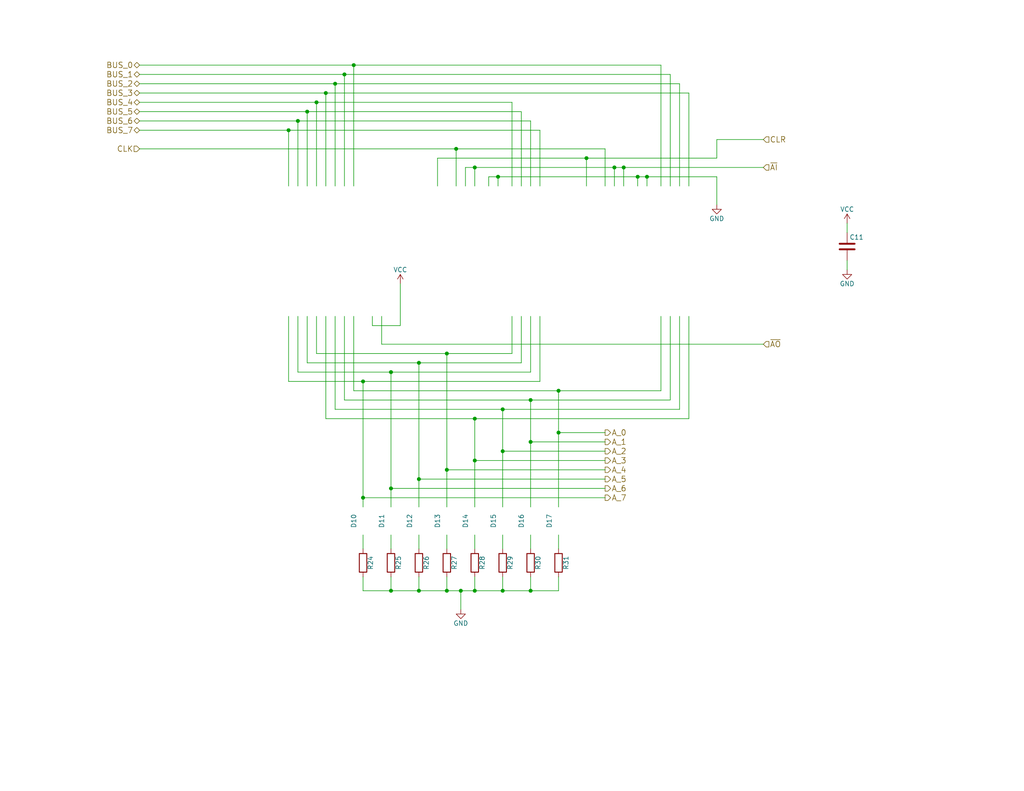
<source format=kicad_sch>
(kicad_sch (version 20211123) (generator eeschema)
  (paper "USLetter")
  (lib_symbols
    (symbol "Device:C" (pin_numbers hide) (pin_names (offset 0.254))
      (property "Reference" "C" (at 0.635 2.54 0))
      (property "Value" "C" (at 0.635 -2.54 0))
      (symbol "C_0_1"
        (polyline (pts (xy -2.032 -0.762) (xy 2.032 -0.762)) (stroke (width 0.508)))
        (polyline (pts (xy -2.032 0.762) (xy 2.032 0.762)) (stroke (width 0.508)))
      )
      (symbol "C_1_1"
        (pin passive line (at 0 3.81 270) (length 2.794) (name "~") (number "1"))
        (pin passive line (at 0 -3.81 90) (length 2.794) (name "~") (number "2"))
      )
    )
    (symbol "Device:R" (pin_numbers hide) (pin_names (offset 0))
      (property "Reference" "R" (at 2.032 0 90))
      (property "Value" "R" (at 0 0 90))
      (symbol "R_0_1"
        (rectangle (start -1.016 -2.54) (end 1.016 2.54) (stroke (width 0.254)))
      )
      (symbol "R_1_1"
        (pin passive line (at 0 3.81 270) (length 1.27) (name "~") (number "1"))
        (pin passive line (at 0 -3.81 90) (length 1.27) (name "~") (number "2"))
      )
    )
    (symbol "power:GND" (power) (pin_names (offset 0))
      (property "Value" "GND" (at 0 -3.81 0))
      (symbol "GND_0_1"
        (polyline (pts (xy 0 0) (xy 0 -1.27) (xy 1.27 -1.27) (xy 0 -2.54) (xy -1.27 -1.27) (xy 0 -1.27)))
      )
      (symbol "GND_1_1"
        (pin power_in line (at 0 0 270) (length 0) hide (name "GND") (number "1"))
      )
    )
    (symbol "power:VCC" (power) (pin_names (offset 0))
      (property "Value" "VCC" (at 0 3.81 0))
      (symbol "VCC_0_1"
        (polyline (pts (xy -0.762 1.27) (xy 0 2.54)))
        (polyline (pts (xy 0 0) (xy 0 2.54)))
        (polyline (pts (xy 0 2.54) (xy 0.762 1.27)))
      )
      (symbol "VCC_1_1"
        (pin power_in line (at 0 0 90) (length 0) hide (name "VCC") (number "1"))
      )
    )
  )
  (junction (at 152.4 106.68))
  (junction (at 121.92 96.52))
  (junction (at 81.28 33.02))
  (junction (at 129.54 125.73))
  (junction (at 121.92 161.29))
  (junction (at 96.52 17.78))
  (junction (at 129.54 114.3))
  (junction (at 137.16 111.76))
  (junction (at 152.4 118.11))
  (junction (at 144.78 109.22))
  (junction (at 106.68 161.29))
  (junction (at 99.06 135.89))
  (junction (at 124.46 40.64))
  (junction (at 99.06 104.14))
  (junction (at 176.53 48.26))
  (junction (at 83.82 30.48))
  (junction (at 91.44 22.86))
  (junction (at 170.18 45.72))
  (junction (at 173.99 48.26))
  (junction (at 135.89 48.26))
  (junction (at 114.3 161.29))
  (junction (at 106.68 133.35))
  (junction (at 129.54 161.29))
  (junction (at 106.68 101.6))
  (junction (at 121.92 128.27))
  (junction (at 78.74 35.56))
  (junction (at 160.02 43.18))
  (junction (at 88.9 25.4))
  (junction (at 93.98 20.32))
  (junction (at 114.3 99.06))
  (junction (at 144.78 161.29))
  (junction (at 137.16 123.19))
  (junction (at 129.54 45.72))
  (junction (at 167.64 45.72))
  (junction (at 137.16 161.29))
  (junction (at 114.3 130.81))
  (junction (at 86.36 27.94))
  (junction (at 125.73 161.29))
  (junction (at 144.78 120.65))
  (wire (pts (xy 160.02 43.18) (xy 195.58 43.18)))
  (wire (pts (xy 93.98 86.36) (xy 93.98 109.22)))
  (wire (pts (xy 127 45.72) (xy 129.54 45.72)))
  (wire (pts (xy 176.53 48.26) (xy 195.58 48.26)))
  (wire (pts (xy 167.64 45.72) (xy 170.18 45.72)))
  (wire (pts (xy 106.68 157.48) (xy 106.68 161.29)))
  (wire (pts (xy 187.96 25.4) (xy 187.96 50.8)))
  (wire (pts (xy 104.14 93.98) (xy 208.28 93.98)))
  (wire (pts (xy 137.16 123.19) (xy 137.16 138.43)))
  (wire (pts (xy 38.1 22.86) (xy 91.44 22.86)))
  (wire (pts (xy 88.9 86.36) (xy 88.9 114.3)))
  (wire (pts (xy 231.14 71.12) (xy 231.14 73.66)))
  (wire (pts (xy 144.78 109.22) (xy 182.88 109.22)))
  (wire (pts (xy 38.1 27.94) (xy 86.36 27.94)))
  (wire (pts (xy 86.36 96.52) (xy 121.92 96.52)))
  (wire (pts (xy 231.14 60.96) (xy 231.14 63.5)))
  (wire (pts (xy 99.06 161.29) (xy 106.68 161.29)))
  (wire (pts (xy 144.78 120.65) (xy 144.78 138.43)))
  (wire (pts (xy 137.16 157.48) (xy 137.16 161.29)))
  (wire (pts (xy 129.54 157.48) (xy 129.54 161.29)))
  (wire (pts (xy 160.02 43.18) (xy 160.02 50.8)))
  (wire (pts (xy 86.36 86.36) (xy 86.36 96.52)))
  (wire (pts (xy 121.92 128.27) (xy 165.1 128.27)))
  (wire (pts (xy 106.68 146.05) (xy 106.68 149.86)))
  (wire (pts (xy 104.14 86.36) (xy 104.14 93.98)))
  (wire (pts (xy 99.06 104.14) (xy 147.32 104.14)))
  (wire (pts (xy 121.92 146.05) (xy 121.92 149.86)))
  (wire (pts (xy 83.82 30.48) (xy 142.24 30.48)))
  (wire (pts (xy 78.74 35.56) (xy 78.74 50.8)))
  (wire (pts (xy 83.82 30.48) (xy 83.82 50.8)))
  (wire (pts (xy 81.28 33.02) (xy 144.78 33.02)))
  (wire (pts (xy 81.28 86.36) (xy 81.28 101.6)))
  (wire (pts (xy 38.1 20.32) (xy 93.98 20.32)))
  (wire (pts (xy 142.24 99.06) (xy 142.24 86.36)))
  (wire (pts (xy 114.3 157.48) (xy 114.3 161.29)))
  (wire (pts (xy 142.24 30.48) (xy 142.24 50.8)))
  (wire (pts (xy 129.54 146.05) (xy 129.54 149.86)))
  (wire (pts (xy 121.92 157.48) (xy 121.92 161.29)))
  (wire (pts (xy 137.16 146.05) (xy 137.16 149.86)))
  (wire (pts (xy 121.92 161.29) (xy 125.73 161.29)))
  (wire (pts (xy 182.88 109.22) (xy 182.88 86.36)))
  (wire (pts (xy 114.3 146.05) (xy 114.3 149.86)))
  (wire (pts (xy 91.44 86.36) (xy 91.44 111.76)))
  (wire (pts (xy 88.9 25.4) (xy 88.9 50.8)))
  (wire (pts (xy 195.58 43.18) (xy 195.58 38.1)))
  (wire (pts (xy 129.54 114.3) (xy 187.96 114.3)))
  (wire (pts (xy 96.52 17.78) (xy 96.52 50.8)))
  (wire (pts (xy 38.1 30.48) (xy 83.82 30.48)))
  (wire (pts (xy 78.74 86.36) (xy 78.74 104.14)))
  (wire (pts (xy 165.1 135.89) (xy 99.06 135.89)))
  (wire (pts (xy 129.54 114.3) (xy 129.54 125.73)))
  (wire (pts (xy 83.82 99.06) (xy 114.3 99.06)))
  (wire (pts (xy 96.52 86.36) (xy 96.52 106.68)))
  (wire (pts (xy 176.53 48.26) (xy 176.53 50.8)))
  (wire (pts (xy 91.44 22.86) (xy 91.44 50.8)))
  (wire (pts (xy 133.35 48.26) (xy 135.89 48.26)))
  (wire (pts (xy 38.1 40.64) (xy 124.46 40.64)))
  (wire (pts (xy 101.6 88.9) (xy 109.22 88.9)))
  (wire (pts (xy 124.46 40.64) (xy 124.46 50.8)))
  (wire (pts (xy 147.32 35.56) (xy 147.32 50.8)))
  (wire (pts (xy 182.88 20.32) (xy 182.88 50.8)))
  (wire (pts (xy 127 50.8) (xy 127 45.72)))
  (wire (pts (xy 106.68 101.6) (xy 144.78 101.6)))
  (wire (pts (xy 91.44 22.86) (xy 185.42 22.86)))
  (wire (pts (xy 119.38 50.8) (xy 119.38 43.18)))
  (wire (pts (xy 139.7 96.52) (xy 139.7 86.36)))
  (wire (pts (xy 78.74 35.56) (xy 147.32 35.56)))
  (wire (pts (xy 114.3 99.06) (xy 142.24 99.06)))
  (wire (pts (xy 173.99 48.26) (xy 176.53 48.26)))
  (wire (pts (xy 165.1 123.19) (xy 137.16 123.19)))
  (wire (pts (xy 144.78 146.05) (xy 144.78 149.86)))
  (wire (pts (xy 114.3 161.29) (xy 121.92 161.29)))
  (wire (pts (xy 125.73 166.37) (xy 125.73 161.29)))
  (wire (pts (xy 152.4 106.68) (xy 152.4 118.11)))
  (wire (pts (xy 137.16 111.76) (xy 185.42 111.76)))
  (wire (pts (xy 144.78 109.22) (xy 144.78 120.65)))
  (wire (pts (xy 165.1 40.64) (xy 165.1 50.8)))
  (wire (pts (xy 152.4 106.68) (xy 180.34 106.68)))
  (wire (pts (xy 170.18 45.72) (xy 170.18 50.8)))
  (wire (pts (xy 165.1 118.11) (xy 152.4 118.11)))
  (wire (pts (xy 119.38 43.18) (xy 160.02 43.18)))
  (wire (pts (xy 129.54 125.73) (xy 129.54 138.43)))
  (wire (pts (xy 173.99 48.26) (xy 173.99 50.8)))
  (wire (pts (xy 144.78 33.02) (xy 144.78 50.8)))
  (wire (pts (xy 147.32 104.14) (xy 147.32 86.36)))
  (wire (pts (xy 129.54 161.29) (xy 137.16 161.29)))
  (wire (pts (xy 165.1 120.65) (xy 144.78 120.65)))
  (wire (pts (xy 83.82 86.36) (xy 83.82 99.06)))
  (wire (pts (xy 78.74 104.14) (xy 99.06 104.14)))
  (wire (pts (xy 99.06 135.89) (xy 99.06 138.43)))
  (wire (pts (xy 88.9 25.4) (xy 187.96 25.4)))
  (wire (pts (xy 109.22 88.9) (xy 109.22 77.47)))
  (wire (pts (xy 152.4 161.29) (xy 152.4 157.48)))
  (wire (pts (xy 129.54 125.73) (xy 165.1 125.73)))
  (wire (pts (xy 99.06 104.14) (xy 99.06 135.89)))
  (wire (pts (xy 133.35 50.8) (xy 133.35 48.26)))
  (wire (pts (xy 86.36 50.8) (xy 86.36 27.94)))
  (wire (pts (xy 137.16 111.76) (xy 137.16 123.19)))
  (wire (pts (xy 91.44 111.76) (xy 137.16 111.76)))
  (wire (pts (xy 135.89 48.26) (xy 135.89 50.8)))
  (wire (pts (xy 106.68 133.35) (xy 106.68 138.43)))
  (wire (pts (xy 96.52 106.68) (xy 152.4 106.68)))
  (wire (pts (xy 99.06 157.48) (xy 99.06 161.29)))
  (wire (pts (xy 170.18 45.72) (xy 208.28 45.72)))
  (wire (pts (xy 144.78 157.48) (xy 144.78 161.29)))
  (wire (pts (xy 114.3 99.06) (xy 114.3 130.81)))
  (wire (pts (xy 121.92 96.52) (xy 121.92 128.27)))
  (wire (pts (xy 93.98 109.22) (xy 144.78 109.22)))
  (wire (pts (xy 38.1 17.78) (xy 96.52 17.78)))
  (wire (pts (xy 195.58 38.1) (xy 208.28 38.1)))
  (wire (pts (xy 88.9 114.3) (xy 129.54 114.3)))
  (wire (pts (xy 106.68 101.6) (xy 106.68 133.35)))
  (wire (pts (xy 129.54 45.72) (xy 129.54 50.8)))
  (wire (pts (xy 152.4 146.05) (xy 152.4 149.86)))
  (wire (pts (xy 180.34 106.68) (xy 180.34 86.36)))
  (wire (pts (xy 125.73 161.29) (xy 129.54 161.29)))
  (wire (pts (xy 165.1 133.35) (xy 106.68 133.35)))
  (wire (pts (xy 81.28 101.6) (xy 106.68 101.6)))
  (wire (pts (xy 38.1 35.56) (xy 78.74 35.56)))
  (wire (pts (xy 121.92 128.27) (xy 121.92 138.43)))
  (wire (pts (xy 167.64 45.72) (xy 167.64 50.8)))
  (wire (pts (xy 144.78 101.6) (xy 144.78 86.36)))
  (wire (pts (xy 185.42 111.76) (xy 185.42 86.36)))
  (wire (pts (xy 187.96 114.3) (xy 187.96 86.36)))
  (wire (pts (xy 114.3 130.81) (xy 165.1 130.81)))
  (wire (pts (xy 106.68 161.29) (xy 114.3 161.29)))
  (wire (pts (xy 180.34 17.78) (xy 180.34 50.8)))
  (wire (pts (xy 93.98 20.32) (xy 182.88 20.32)))
  (wire (pts (xy 121.92 96.52) (xy 139.7 96.52)))
  (wire (pts (xy 152.4 118.11) (xy 152.4 138.43)))
  (wire (pts (xy 38.1 25.4) (xy 88.9 25.4)))
  (wire (pts (xy 124.46 40.64) (xy 165.1 40.64)))
  (wire (pts (xy 139.7 27.94) (xy 139.7 50.8)))
  (wire (pts (xy 99.06 146.05) (xy 99.06 149.86)))
  (wire (pts (xy 135.89 48.26) (xy 173.99 48.26)))
  (wire (pts (xy 101.6 86.36) (xy 101.6 88.9)))
  (wire (pts (xy 129.54 45.72) (xy 167.64 45.72)))
  (wire (pts (xy 86.36 27.94) (xy 139.7 27.94)))
  (wire (pts (xy 137.16 161.29) (xy 144.78 161.29)))
  (wire (pts (xy 195.58 48.26) (xy 195.58 55.88)))
  (wire (pts (xy 93.98 20.32) (xy 93.98 50.8)))
  (wire (pts (xy 114.3 130.81) (xy 114.3 138.43)))
  (wire (pts (xy 185.42 22.86) (xy 185.42 50.8)))
  (wire (pts (xy 96.52 17.78) (xy 180.34 17.78)))
  (wire (pts (xy 144.78 161.29) (xy 152.4 161.29)))
  (wire (pts (xy 81.28 33.02) (xy 81.28 50.8)))
  (wire (pts (xy 38.1 33.02) (xy 81.28 33.02)))
  (hierarchical_label "BUS_1" (shape bidirectional) (at 38.1 20.32 180) (effects (font (size 1.524 1.524))))
  (hierarchical_label "A_0" (shape output) (at 165.1 118.11 0) (effects (font (size 1.524 1.524))))
  (hierarchical_label "BUS_5" (shape bidirectional) (at 38.1 30.48 180) (effects (font (size 1.524 1.524))))
  (hierarchical_label "A_4" (shape output) (at 165.1 128.27 0) (effects (font (size 1.524 1.524))))
  (hierarchical_label "BUS_2" (shape bidirectional) (at 38.1 22.86 180) (effects (font (size 1.524 1.524))))
  (hierarchical_label "A_2" (shape output) (at 165.1 123.19 0) (effects (font (size 1.524 1.524))))
  (hierarchical_label "A_1" (shape output) (at 165.1 120.65 0) (effects (font (size 1.524 1.524))))
  (hierarchical_label "A_3" (shape output) (at 165.1 125.73 0) (effects (font (size 1.524 1.524))))
  (hierarchical_label "BUS_0" (shape bidirectional) (at 38.1 17.78 180) (effects (font (size 1.524 1.524))))
  (hierarchical_label "BUS_3" (shape bidirectional) (at 38.1 25.4 180) (effects (font (size 1.524 1.524))))
  (hierarchical_label "~{AO}" (shape input) (at 208.28 93.98 0) (effects (font (size 1.524 1.524))))
  (hierarchical_label "A_7" (shape output) (at 165.1 135.89 0) (effects (font (size 1.524 1.524))))
  (hierarchical_label "BUS_6" (shape bidirectional) (at 38.1 33.02 180) (effects (font (size 1.524 1.524))))
  (hierarchical_label "CLR" (shape input) (at 208.28 38.1 0) (effects (font (size 1.524 1.524))))
  (hierarchical_label "A_6" (shape output) (at 165.1 133.35 0) (effects (font (size 1.524 1.524))))
  (hierarchical_label "~{AI}" (shape input) (at 208.28 45.72 0) (effects (font (size 1.524 1.524))))
  (hierarchical_label "BUS_7" (shape bidirectional) (at 38.1 35.56 180) (effects (font (size 1.524 1.524))))
  (hierarchical_label "A_5" (shape output) (at 165.1 130.81 0) (effects (font (size 1.524 1.524))))
  (hierarchical_label "BUS_4" (shape bidirectional) (at 38.1 27.94 180) (effects (font (size 1.524 1.524))))
  (hierarchical_label "CLK" (shape input) (at 38.1 40.64 180) (effects (font (size 1.524 1.524))))
  (symbol (lib_id "8bit-computer-rescue:74LS173") (at 133.35 68.58 270) (unit 1)
    (property "Reference" "U8" (at 135.89 71.12 0))
  )
  (symbol (lib_id "Device:LED_ALT") (at 114.3 142.24 90) (unit 1)
    (property "Reference" "D12" (at 111.76 142.24 0))
  )
  (symbol (lib_id "Device:LED_ALT") (at 144.78 142.24 90) (unit 1)
    (property "Reference" "D16" (at 142.24 142.24 0))
  )
  (symbol (lib_id "Device:LED_ALT") (at 152.4 142.24 90) (unit 1)
    (property "Reference" "D17" (at 149.86 142.24 0))
  )
  (symbol (lib_id "Device:R") (at 114.3 153.67 0) (unit 1)
    (property "Reference" "R26" (at 116.332 153.67 90))
  )
  (symbol (lib_id "Device:R") (at 121.92 153.67 0) (unit 1)
    (property "Reference" "R27" (at 123.952 153.67 90))
  )
  (symbol (lib_id "Device:R") (at 137.16 153.67 0) (unit 1)
    (property "Reference" "R29" (at 139.192 153.67 90))
  )
  (symbol (lib_id "Device:R") (at 152.4 153.67 0) (unit 1)
    (property "Reference" "R31" (at 154.432 153.67 90))
  )
  (symbol (lib_id "power:VCC") (at 109.22 77.47 0) (unit 1)
    (property "Reference" "#PWR015" (effects hide))
  )
  (symbol (lib_id "8bit-computer-rescue:74LS173") (at 173.99 68.58 270) (unit 1)
    (property "Reference" "U9" (at 176.53 71.12 0))
  )
  (symbol (lib_id "8bit-computer-rescue:74LS245") (at 91.44 68.58 90) (unit 1)
    (property "Reference" "U7" (at 76.835 66.04 0) (effects (justify left bottom)))
  )
  (symbol (lib_id "Device:LED_ALT") (at 99.06 142.24 90) (unit 1)
    (property "Reference" "D10" (at 96.52 142.24 0))
  )
  (symbol (lib_id "Device:LED_ALT") (at 106.68 142.24 90) (unit 1)
    (property "Reference" "D11" (at 104.14 142.24 0))
  )
  (symbol (lib_id "Device:LED_ALT") (at 121.92 142.24 90) (unit 1)
    (property "Reference" "D13" (at 119.38 142.24 0))
  )
  (symbol (lib_id "Device:LED_ALT") (at 129.54 142.24 90) (unit 1)
    (property "Reference" "D14" (at 127 142.24 0))
  )
  (symbol (lib_id "Device:LED_ALT") (at 137.16 142.24 90) (unit 1)
    (property "Reference" "D15" (at 134.62 142.24 0))
  )
  (symbol (lib_id "Device:R") (at 99.06 153.67 0) (unit 1)
    (property "Reference" "R24" (at 101.092 153.67 90))
  )
  (symbol (lib_id "Device:R") (at 106.68 153.67 0) (unit 1)
    (property "Reference" "R25" (at 108.712 153.67 90))
  )
  (symbol (lib_id "Device:R") (at 129.54 153.67 0) (unit 1)
    (property "Reference" "R28" (at 131.572 153.67 90))
  )
  (symbol (lib_id "Device:R") (at 144.78 153.67 0) (unit 1)
    (property "Reference" "R30" (at 146.812 153.67 90))
  )
  (symbol (lib_id "power:GND") (at 125.73 166.37 0) (unit 1)
    (property "Reference" "#PWR014" (effects hide))
  )
  (symbol (lib_id "power:GND") (at 195.58 55.88 0) (unit 1)
    (property "Reference" "#PWR016" (effects hide))
  )
  (symbol (lib_id "Device:C") (at 231.14 67.31 0) (unit 1)
    (property "Reference" "C11" (at 231.775 64.77 0) (effects (justify left)))
  )
  (symbol (lib_id "power:GND") (at 231.14 73.66 0) (unit 1)
    (property "Reference" "#PWR017" (effects hide))
  )
  (symbol (lib_id "power:VCC") (at 231.14 60.96 0) (unit 1)
    (property "Reference" "#PWR018" (effects hide))
  )
)
</source>
